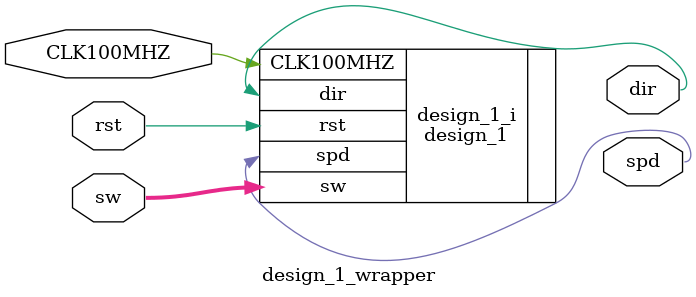
<source format=v>
`timescale 1 ps / 1 ps

module design_1_wrapper
   (CLK100MHZ,
    dir,
    rst,
    spd,
    sw);
  input CLK100MHZ;
  output dir;
  input rst;
  output spd;
  input [3:0]sw;

  wire CLK100MHZ;
  wire dir;
  wire rst;
  wire spd;
  wire [3:0]sw;

  design_1 design_1_i
       (.CLK100MHZ(CLK100MHZ),
        .dir(dir),
        .rst(rst),
        .spd(spd),
        .sw(sw));
endmodule

</source>
